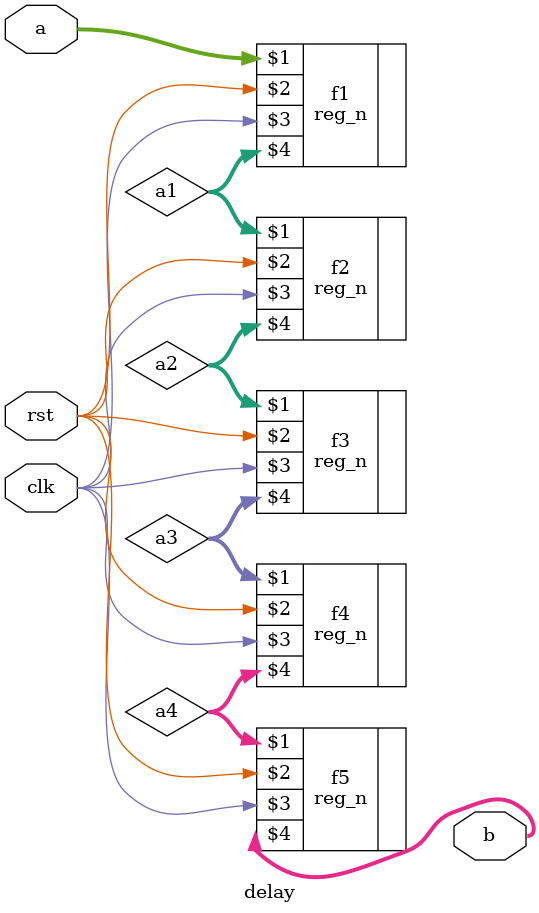
<source format=v>


`include "reg_n.v"

module delay(a,clk,rst,b);

parameter N = 4;

input [(2**N)-1:0] a;
output [(2**N)-1:0] b;
input clk,rst;
wire [(2**N)-1:0] a1,a2,a3,a4;

 reg_n f1(a,rst,clk,a1);
 reg_n f2(a1,rst,clk,a2);
 reg_n f3(a2,rst,clk,a3);
 reg_n f4(a3,rst,clk,a4);
 reg_n f5(a4,rst,clk,b);

endmodule

</source>
